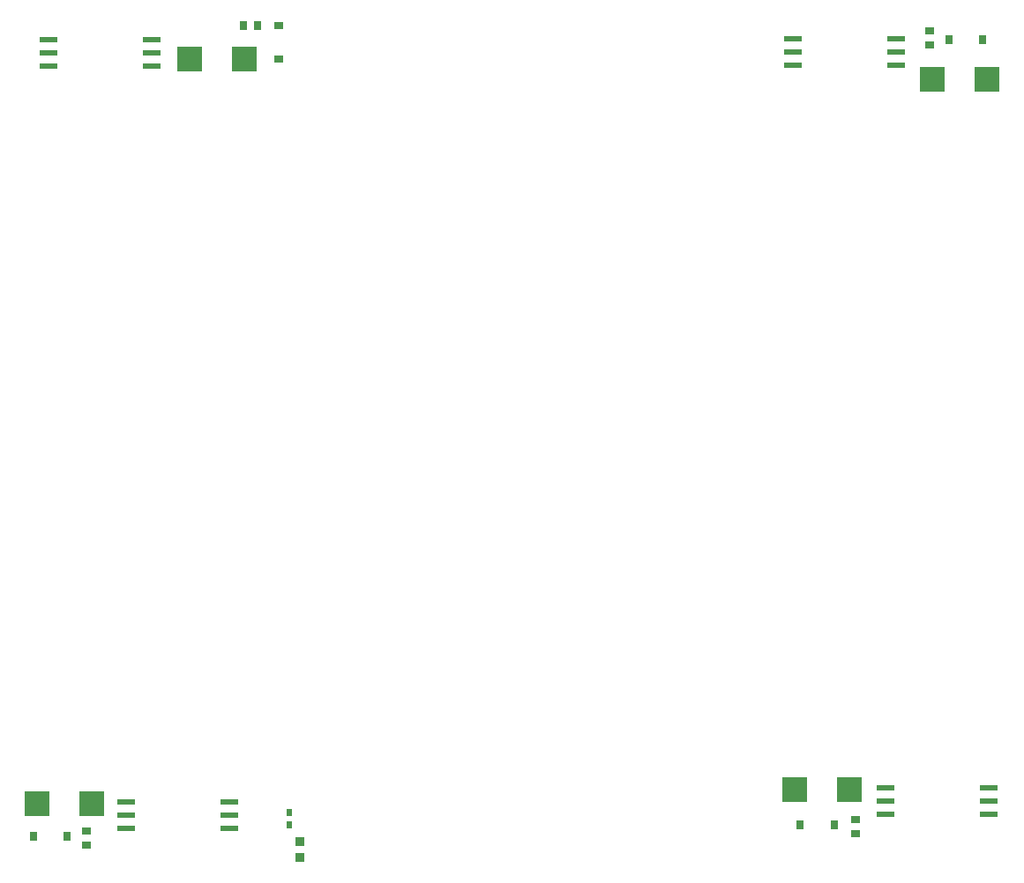
<source format=gtp>
G04*
G04 #@! TF.GenerationSoftware,Altium Limited,Altium Designer,21.5.1 (32)*
G04*
G04 Layer_Color=8421504*
%FSLAX25Y25*%
%MOIN*%
G70*
G04*
G04 #@! TF.SameCoordinates,40DED969-F63B-4BA1-A5F3-3E20095EF234*
G04*
G04*
G04 #@! TF.FilePolarity,Positive*
G04*
G01*
G75*
%ADD15R,0.02593X0.03197*%
%ADD16R,0.03197X0.02593*%
%ADD17R,0.03661X0.03425*%
%ADD18R,0.02200X0.02600*%
%ADD19R,0.09500X0.09500*%
%ADD20R,0.03500X0.02600*%
%ADD21R,0.02600X0.03500*%
%ADD22R,0.06953X0.02208*%
D15*
X95564Y351378D02*
D03*
X100893D02*
D03*
D16*
X36122Y46463D02*
D03*
Y41135D02*
D03*
X354724Y343793D02*
D03*
Y349121D02*
D03*
X326772Y45564D02*
D03*
Y50893D02*
D03*
D17*
X116831Y42539D02*
D03*
Y36595D02*
D03*
D18*
X112894Y49016D02*
D03*
Y53516D02*
D03*
D19*
X75098Y338681D02*
D03*
X95798D02*
D03*
X17406Y56988D02*
D03*
X38106D02*
D03*
X355693Y330807D02*
D03*
X376393D02*
D03*
X303642Y62205D02*
D03*
X324342D02*
D03*
D20*
X108661Y338482D02*
D03*
Y351282D02*
D03*
D21*
X15943Y44685D02*
D03*
X28743D02*
D03*
X374904Y345866D02*
D03*
X362104D02*
D03*
X305903Y48819D02*
D03*
X318703D02*
D03*
D22*
X21828Y346043D02*
D03*
Y341043D02*
D03*
Y336043D02*
D03*
X60653D02*
D03*
Y341043D02*
D03*
Y346043D02*
D03*
X89983Y47756D02*
D03*
Y52756D02*
D03*
Y57756D02*
D03*
X51158D02*
D03*
Y52756D02*
D03*
Y47756D02*
D03*
X303127Y346142D02*
D03*
Y341142D02*
D03*
Y336142D02*
D03*
X341952D02*
D03*
Y341142D02*
D03*
Y346142D02*
D03*
X376991Y53071D02*
D03*
Y58071D02*
D03*
Y63071D02*
D03*
X338166D02*
D03*
Y58071D02*
D03*
Y53071D02*
D03*
M02*

</source>
